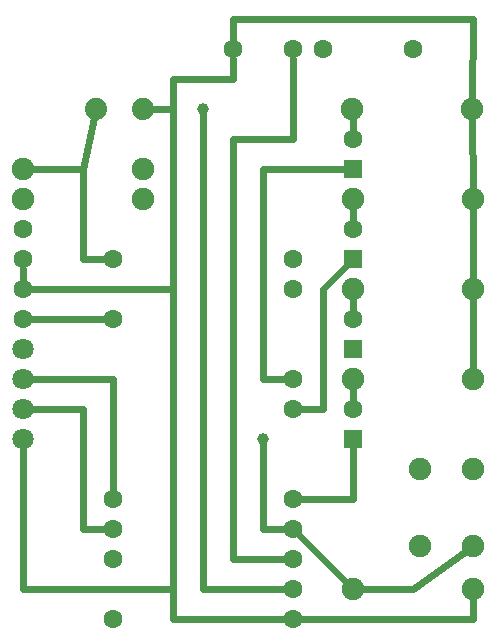
<source format=gtl>
G04 MADE WITH FRITZING*
G04 WWW.FRITZING.ORG*
G04 DOUBLE SIDED*
G04 HOLES PLATED*
G04 CONTOUR ON CENTER OF CONTOUR VECTOR*
%ASAXBY*%
%FSLAX23Y23*%
%MOIN*%
%OFA0B0*%
%SFA1.0B1.0*%
%ADD10C,0.062992*%
%ADD11C,0.039370*%
%ADD12C,0.074000*%
%ADD13C,0.075000*%
%ADD14C,0.071000*%
%ADD15C,0.070972*%
%ADD16R,0.062992X0.062992*%
%ADD17C,0.024000*%
%LNCOPPER1*%
G90*
G70*
G54D10*
X607Y1305D03*
X307Y1105D03*
X307Y1405D03*
X307Y1205D03*
X307Y1305D03*
X607Y105D03*
X607Y405D03*
X607Y505D03*
X607Y1105D03*
X1207Y205D03*
X1207Y305D03*
X1207Y405D03*
X1207Y505D03*
X1207Y805D03*
X1207Y105D03*
X1207Y905D03*
X1207Y1205D03*
X1207Y1305D03*
X1607Y2005D03*
X1307Y2005D03*
X1207Y2005D03*
X1007Y2005D03*
X607Y305D03*
G54D11*
X907Y1805D03*
X1107Y705D03*
G54D12*
X549Y1805D03*
X707Y1805D03*
X549Y1805D03*
X707Y1805D03*
G54D13*
X1407Y205D03*
X1807Y205D03*
X307Y1605D03*
X707Y1605D03*
X1407Y905D03*
X1807Y905D03*
X707Y1505D03*
X307Y1505D03*
X1407Y1205D03*
X1807Y1205D03*
X1407Y1505D03*
X1807Y1505D03*
X1405Y1805D03*
X1805Y1805D03*
G54D10*
X1407Y706D03*
X1407Y805D03*
X1407Y1006D03*
X1407Y1105D03*
X1407Y1306D03*
X1407Y1405D03*
X1407Y1606D03*
X1407Y1705D03*
G54D13*
X1807Y605D03*
X1807Y349D03*
X1630Y605D03*
X1630Y349D03*
G54D14*
X307Y1005D03*
X307Y905D03*
G54D15*
X307Y805D03*
X307Y705D03*
G54D16*
X1407Y706D03*
X1407Y1006D03*
X1407Y1306D03*
X1407Y1606D03*
G54D17*
X307Y205D02*
X307Y674D01*
D02*
X807Y205D02*
X307Y205D01*
D02*
X807Y1805D02*
X807Y1905D01*
D02*
X807Y1905D02*
X1007Y1905D01*
D02*
X736Y1805D02*
X807Y1805D01*
D02*
X1007Y1905D02*
X1007Y1974D01*
D02*
X1176Y105D02*
X807Y105D01*
D02*
X807Y105D02*
X807Y205D01*
D02*
X307Y1274D02*
X307Y1236D01*
D02*
X807Y1205D02*
X338Y1205D01*
D02*
X807Y105D02*
X807Y1205D01*
D02*
X1176Y105D02*
X807Y105D01*
D02*
X607Y905D02*
X607Y536D01*
D02*
X337Y905D02*
X607Y905D01*
D02*
X507Y805D02*
X507Y405D01*
D02*
X507Y405D02*
X576Y405D01*
D02*
X337Y805D02*
X507Y805D01*
D02*
X576Y1105D02*
X338Y1105D01*
D02*
X507Y1605D02*
X507Y1305D01*
D02*
X507Y1305D02*
X576Y1305D01*
D02*
X335Y1605D02*
X507Y1605D01*
D02*
X543Y1777D02*
X507Y1605D01*
D02*
X507Y1605D02*
X335Y1605D01*
D02*
X1407Y1132D02*
X1407Y1176D01*
D02*
X1407Y832D02*
X1407Y876D01*
D02*
X1807Y933D02*
X1807Y1176D01*
D02*
X1807Y1233D02*
X1807Y1476D01*
D02*
X1807Y1533D02*
X1805Y1776D01*
D02*
X1406Y1732D02*
X1406Y1776D01*
D02*
X1407Y1432D02*
X1407Y1476D01*
D02*
X1307Y1205D02*
X1307Y805D01*
D02*
X1307Y805D02*
X1238Y805D01*
D02*
X1407Y505D02*
X1238Y505D01*
D02*
X1388Y1287D02*
X1307Y1205D01*
D02*
X1407Y679D02*
X1407Y505D01*
D02*
X1007Y2105D02*
X1007Y2036D01*
D02*
X1807Y2105D02*
X1007Y2105D01*
D02*
X1805Y1833D02*
X1807Y2105D01*
D02*
X1807Y105D02*
X1807Y176D01*
D02*
X1238Y105D02*
X1807Y105D01*
D02*
X1007Y1905D02*
X807Y1905D01*
D02*
X807Y1905D02*
X807Y105D01*
D02*
X807Y105D02*
X1176Y105D01*
D02*
X1007Y1974D02*
X1007Y1905D01*
D02*
X1207Y1705D02*
X1007Y1705D01*
D02*
X1007Y1705D02*
X1007Y305D01*
D02*
X1007Y305D02*
X1176Y305D01*
D02*
X1207Y1974D02*
X1207Y1705D01*
D02*
X1107Y1605D02*
X1107Y905D01*
D02*
X1107Y905D02*
X1176Y905D01*
D02*
X1380Y1606D02*
X1107Y1605D01*
D02*
X907Y205D02*
X1176Y205D01*
D02*
X907Y1786D02*
X907Y205D01*
D02*
X1784Y332D02*
X1607Y205D01*
D02*
X1607Y205D02*
X1435Y205D01*
D02*
X1387Y225D02*
X1229Y383D01*
D02*
X1107Y405D02*
X1107Y686D01*
D02*
X1176Y405D02*
X1107Y405D01*
G04 End of Copper1*
M02*
</source>
